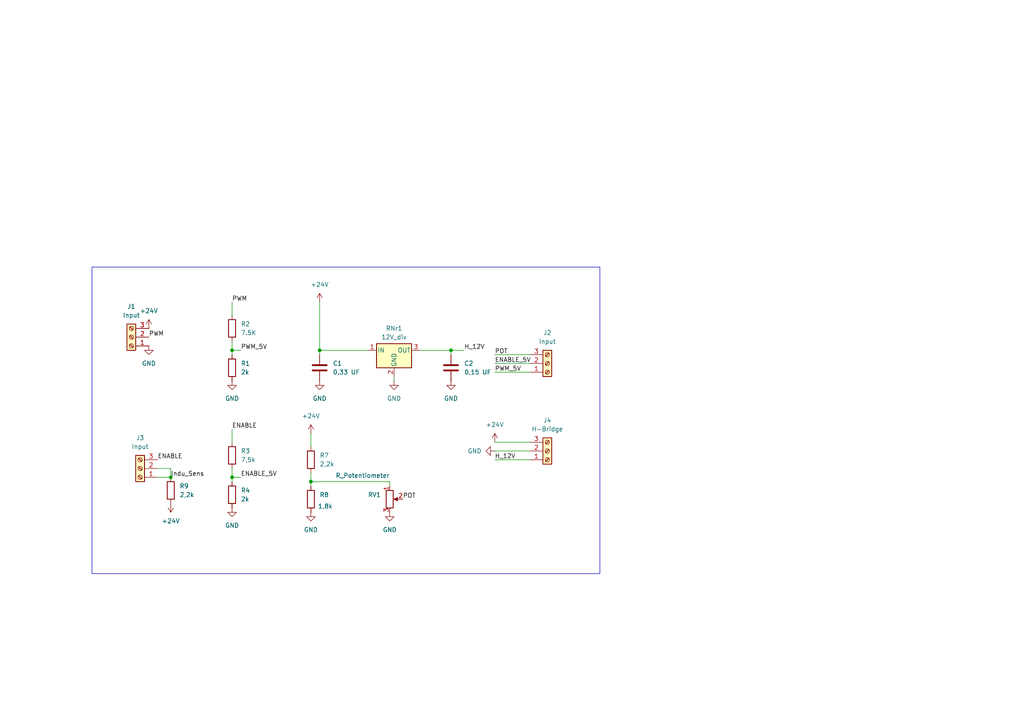
<source format=kicad_sch>
(kicad_sch
	(version 20250114)
	(generator "eeschema")
	(generator_version "9.0")
	(uuid "fa4303b8-c8e6-43c3-b1ad-2008e9c4562e")
	(paper "A4")
	(lib_symbols
		(symbol "Connector:Screw_Terminal_01x03"
			(pin_names
				(offset 1.016)
				(hide yes)
			)
			(exclude_from_sim no)
			(in_bom yes)
			(on_board yes)
			(property "Reference" "J"
				(at 0 5.08 0)
				(effects
					(font
						(size 1.27 1.27)
					)
				)
			)
			(property "Value" "Screw_Terminal_01x03"
				(at 0 -5.08 0)
				(effects
					(font
						(size 1.27 1.27)
					)
				)
			)
			(property "Footprint" ""
				(at 0 0 0)
				(effects
					(font
						(size 1.27 1.27)
					)
					(hide yes)
				)
			)
			(property "Datasheet" "~"
				(at 0 0 0)
				(effects
					(font
						(size 1.27 1.27)
					)
					(hide yes)
				)
			)
			(property "Description" "Generic screw terminal, single row, 01x03, script generated (kicad-library-utils/schlib/autogen/connector/)"
				(at 0 0 0)
				(effects
					(font
						(size 1.27 1.27)
					)
					(hide yes)
				)
			)
			(property "ki_keywords" "screw terminal"
				(at 0 0 0)
				(effects
					(font
						(size 1.27 1.27)
					)
					(hide yes)
				)
			)
			(property "ki_fp_filters" "TerminalBlock*:*"
				(at 0 0 0)
				(effects
					(font
						(size 1.27 1.27)
					)
					(hide yes)
				)
			)
			(symbol "Screw_Terminal_01x03_1_1"
				(rectangle
					(start -1.27 3.81)
					(end 1.27 -3.81)
					(stroke
						(width 0.254)
						(type default)
					)
					(fill
						(type background)
					)
				)
				(polyline
					(pts
						(xy -0.5334 2.8702) (xy 0.3302 2.032)
					)
					(stroke
						(width 0.1524)
						(type default)
					)
					(fill
						(type none)
					)
				)
				(polyline
					(pts
						(xy -0.5334 0.3302) (xy 0.3302 -0.508)
					)
					(stroke
						(width 0.1524)
						(type default)
					)
					(fill
						(type none)
					)
				)
				(polyline
					(pts
						(xy -0.5334 -2.2098) (xy 0.3302 -3.048)
					)
					(stroke
						(width 0.1524)
						(type default)
					)
					(fill
						(type none)
					)
				)
				(polyline
					(pts
						(xy -0.3556 3.048) (xy 0.508 2.2098)
					)
					(stroke
						(width 0.1524)
						(type default)
					)
					(fill
						(type none)
					)
				)
				(polyline
					(pts
						(xy -0.3556 0.508) (xy 0.508 -0.3302)
					)
					(stroke
						(width 0.1524)
						(type default)
					)
					(fill
						(type none)
					)
				)
				(polyline
					(pts
						(xy -0.3556 -2.032) (xy 0.508 -2.8702)
					)
					(stroke
						(width 0.1524)
						(type default)
					)
					(fill
						(type none)
					)
				)
				(circle
					(center 0 2.54)
					(radius 0.635)
					(stroke
						(width 0.1524)
						(type default)
					)
					(fill
						(type none)
					)
				)
				(circle
					(center 0 0)
					(radius 0.635)
					(stroke
						(width 0.1524)
						(type default)
					)
					(fill
						(type none)
					)
				)
				(circle
					(center 0 -2.54)
					(radius 0.635)
					(stroke
						(width 0.1524)
						(type default)
					)
					(fill
						(type none)
					)
				)
				(pin passive line
					(at -5.08 2.54 0)
					(length 3.81)
					(name "Pin_1"
						(effects
							(font
								(size 1.27 1.27)
							)
						)
					)
					(number "1"
						(effects
							(font
								(size 1.27 1.27)
							)
						)
					)
				)
				(pin passive line
					(at -5.08 0 0)
					(length 3.81)
					(name "Pin_2"
						(effects
							(font
								(size 1.27 1.27)
							)
						)
					)
					(number "2"
						(effects
							(font
								(size 1.27 1.27)
							)
						)
					)
				)
				(pin passive line
					(at -5.08 -2.54 0)
					(length 3.81)
					(name "Pin_3"
						(effects
							(font
								(size 1.27 1.27)
							)
						)
					)
					(number "3"
						(effects
							(font
								(size 1.27 1.27)
							)
						)
					)
				)
			)
			(embedded_fonts no)
		)
		(symbol "Device:C"
			(pin_numbers
				(hide yes)
			)
			(pin_names
				(offset 0.254)
			)
			(exclude_from_sim no)
			(in_bom yes)
			(on_board yes)
			(property "Reference" "C"
				(at 0.635 2.54 0)
				(effects
					(font
						(size 1.27 1.27)
					)
					(justify left)
				)
			)
			(property "Value" "C"
				(at 0.635 -2.54 0)
				(effects
					(font
						(size 1.27 1.27)
					)
					(justify left)
				)
			)
			(property "Footprint" ""
				(at 0.9652 -3.81 0)
				(effects
					(font
						(size 1.27 1.27)
					)
					(hide yes)
				)
			)
			(property "Datasheet" "~"
				(at 0 0 0)
				(effects
					(font
						(size 1.27 1.27)
					)
					(hide yes)
				)
			)
			(property "Description" "Unpolarized capacitor"
				(at 0 0 0)
				(effects
					(font
						(size 1.27 1.27)
					)
					(hide yes)
				)
			)
			(property "ki_keywords" "cap capacitor"
				(at 0 0 0)
				(effects
					(font
						(size 1.27 1.27)
					)
					(hide yes)
				)
			)
			(property "ki_fp_filters" "C_*"
				(at 0 0 0)
				(effects
					(font
						(size 1.27 1.27)
					)
					(hide yes)
				)
			)
			(symbol "C_0_1"
				(polyline
					(pts
						(xy -2.032 0.762) (xy 2.032 0.762)
					)
					(stroke
						(width 0.508)
						(type default)
					)
					(fill
						(type none)
					)
				)
				(polyline
					(pts
						(xy -2.032 -0.762) (xy 2.032 -0.762)
					)
					(stroke
						(width 0.508)
						(type default)
					)
					(fill
						(type none)
					)
				)
			)
			(symbol "C_1_1"
				(pin passive line
					(at 0 3.81 270)
					(length 2.794)
					(name "~"
						(effects
							(font
								(size 1.27 1.27)
							)
						)
					)
					(number "1"
						(effects
							(font
								(size 1.27 1.27)
							)
						)
					)
				)
				(pin passive line
					(at 0 -3.81 90)
					(length 2.794)
					(name "~"
						(effects
							(font
								(size 1.27 1.27)
							)
						)
					)
					(number "2"
						(effects
							(font
								(size 1.27 1.27)
							)
						)
					)
				)
			)
			(embedded_fonts no)
		)
		(symbol "Device:R"
			(pin_numbers
				(hide yes)
			)
			(pin_names
				(offset 0)
			)
			(exclude_from_sim no)
			(in_bom yes)
			(on_board yes)
			(property "Reference" "R"
				(at 2.032 0 90)
				(effects
					(font
						(size 1.27 1.27)
					)
				)
			)
			(property "Value" "R"
				(at 0 0 90)
				(effects
					(font
						(size 1.27 1.27)
					)
				)
			)
			(property "Footprint" ""
				(at -1.778 0 90)
				(effects
					(font
						(size 1.27 1.27)
					)
					(hide yes)
				)
			)
			(property "Datasheet" "~"
				(at 0 0 0)
				(effects
					(font
						(size 1.27 1.27)
					)
					(hide yes)
				)
			)
			(property "Description" "Resistor"
				(at 0 0 0)
				(effects
					(font
						(size 1.27 1.27)
					)
					(hide yes)
				)
			)
			(property "ki_keywords" "R res resistor"
				(at 0 0 0)
				(effects
					(font
						(size 1.27 1.27)
					)
					(hide yes)
				)
			)
			(property "ki_fp_filters" "R_*"
				(at 0 0 0)
				(effects
					(font
						(size 1.27 1.27)
					)
					(hide yes)
				)
			)
			(symbol "R_0_1"
				(rectangle
					(start -1.016 -2.54)
					(end 1.016 2.54)
					(stroke
						(width 0.254)
						(type default)
					)
					(fill
						(type none)
					)
				)
			)
			(symbol "R_1_1"
				(pin passive line
					(at 0 3.81 270)
					(length 1.27)
					(name "~"
						(effects
							(font
								(size 1.27 1.27)
							)
						)
					)
					(number "1"
						(effects
							(font
								(size 1.27 1.27)
							)
						)
					)
				)
				(pin passive line
					(at 0 -3.81 90)
					(length 1.27)
					(name "~"
						(effects
							(font
								(size 1.27 1.27)
							)
						)
					)
					(number "2"
						(effects
							(font
								(size 1.27 1.27)
							)
						)
					)
				)
			)
			(embedded_fonts no)
		)
		(symbol "Device:R_Potentiometer"
			(pin_names
				(offset 1.016)
				(hide yes)
			)
			(exclude_from_sim no)
			(in_bom yes)
			(on_board yes)
			(property "Reference" "RV"
				(at -4.445 0 90)
				(effects
					(font
						(size 1.27 1.27)
					)
				)
			)
			(property "Value" "R_Potentiometer"
				(at -2.54 0 90)
				(effects
					(font
						(size 1.27 1.27)
					)
				)
			)
			(property "Footprint" ""
				(at 0 0 0)
				(effects
					(font
						(size 1.27 1.27)
					)
					(hide yes)
				)
			)
			(property "Datasheet" "~"
				(at 0 0 0)
				(effects
					(font
						(size 1.27 1.27)
					)
					(hide yes)
				)
			)
			(property "Description" "Potentiometer"
				(at 0 0 0)
				(effects
					(font
						(size 1.27 1.27)
					)
					(hide yes)
				)
			)
			(property "ki_keywords" "resistor variable"
				(at 0 0 0)
				(effects
					(font
						(size 1.27 1.27)
					)
					(hide yes)
				)
			)
			(property "ki_fp_filters" "Potentiometer*"
				(at 0 0 0)
				(effects
					(font
						(size 1.27 1.27)
					)
					(hide yes)
				)
			)
			(symbol "R_Potentiometer_0_1"
				(rectangle
					(start 1.016 2.54)
					(end -1.016 -2.54)
					(stroke
						(width 0.254)
						(type default)
					)
					(fill
						(type none)
					)
				)
				(polyline
					(pts
						(xy 1.143 0) (xy 2.286 0.508) (xy 2.286 -0.508) (xy 1.143 0)
					)
					(stroke
						(width 0)
						(type default)
					)
					(fill
						(type outline)
					)
				)
				(polyline
					(pts
						(xy 2.54 0) (xy 1.524 0)
					)
					(stroke
						(width 0)
						(type default)
					)
					(fill
						(type none)
					)
				)
			)
			(symbol "R_Potentiometer_1_1"
				(pin passive line
					(at 0 3.81 270)
					(length 1.27)
					(name "1"
						(effects
							(font
								(size 1.27 1.27)
							)
						)
					)
					(number "1"
						(effects
							(font
								(size 1.27 1.27)
							)
						)
					)
				)
				(pin passive line
					(at 0 -3.81 90)
					(length 1.27)
					(name "3"
						(effects
							(font
								(size 1.27 1.27)
							)
						)
					)
					(number "3"
						(effects
							(font
								(size 1.27 1.27)
							)
						)
					)
				)
				(pin passive line
					(at 3.81 0 180)
					(length 1.27)
					(name "2"
						(effects
							(font
								(size 1.27 1.27)
							)
						)
					)
					(number "2"
						(effects
							(font
								(size 1.27 1.27)
							)
						)
					)
				)
			)
			(embedded_fonts no)
		)
		(symbol "Regulator_Linear:L7805"
			(pin_names
				(offset 0.254)
			)
			(exclude_from_sim no)
			(in_bom yes)
			(on_board yes)
			(property "Reference" "U"
				(at -3.81 3.175 0)
				(effects
					(font
						(size 1.27 1.27)
					)
				)
			)
			(property "Value" "L7805"
				(at 0 3.175 0)
				(effects
					(font
						(size 1.27 1.27)
					)
					(justify left)
				)
			)
			(property "Footprint" ""
				(at 0.635 -3.81 0)
				(effects
					(font
						(size 1.27 1.27)
						(italic yes)
					)
					(justify left)
					(hide yes)
				)
			)
			(property "Datasheet" "http://www.st.com/content/ccc/resource/technical/document/datasheet/41/4f/b3/b0/12/d4/47/88/CD00000444.pdf/files/CD00000444.pdf/jcr:content/translations/en.CD00000444.pdf"
				(at 0 -1.27 0)
				(effects
					(font
						(size 1.27 1.27)
					)
					(hide yes)
				)
			)
			(property "Description" "Positive 1.5A 35V Linear Regulator, Fixed Output 5V, TO-220/TO-263/TO-252"
				(at 0 0 0)
				(effects
					(font
						(size 1.27 1.27)
					)
					(hide yes)
				)
			)
			(property "ki_keywords" "Voltage Regulator 1.5A Positive"
				(at 0 0 0)
				(effects
					(font
						(size 1.27 1.27)
					)
					(hide yes)
				)
			)
			(property "ki_fp_filters" "TO?252* TO?263* TO?220*"
				(at 0 0 0)
				(effects
					(font
						(size 1.27 1.27)
					)
					(hide yes)
				)
			)
			(symbol "L7805_0_1"
				(rectangle
					(start -5.08 1.905)
					(end 5.08 -5.08)
					(stroke
						(width 0.254)
						(type default)
					)
					(fill
						(type background)
					)
				)
			)
			(symbol "L7805_1_1"
				(pin power_in line
					(at -7.62 0 0)
					(length 2.54)
					(name "IN"
						(effects
							(font
								(size 1.27 1.27)
							)
						)
					)
					(number "1"
						(effects
							(font
								(size 1.27 1.27)
							)
						)
					)
				)
				(pin power_in line
					(at 0 -7.62 90)
					(length 2.54)
					(name "GND"
						(effects
							(font
								(size 1.27 1.27)
							)
						)
					)
					(number "2"
						(effects
							(font
								(size 1.27 1.27)
							)
						)
					)
				)
				(pin power_out line
					(at 7.62 0 180)
					(length 2.54)
					(name "OUT"
						(effects
							(font
								(size 1.27 1.27)
							)
						)
					)
					(number "3"
						(effects
							(font
								(size 1.27 1.27)
							)
						)
					)
				)
			)
			(embedded_fonts no)
		)
		(symbol "power:+24V"
			(power)
			(pin_numbers
				(hide yes)
			)
			(pin_names
				(offset 0)
				(hide yes)
			)
			(exclude_from_sim no)
			(in_bom yes)
			(on_board yes)
			(property "Reference" "#PWR"
				(at 0 -3.81 0)
				(effects
					(font
						(size 1.27 1.27)
					)
					(hide yes)
				)
			)
			(property "Value" "+24V"
				(at 0 3.556 0)
				(effects
					(font
						(size 1.27 1.27)
					)
				)
			)
			(property "Footprint" ""
				(at 0 0 0)
				(effects
					(font
						(size 1.27 1.27)
					)
					(hide yes)
				)
			)
			(property "Datasheet" ""
				(at 0 0 0)
				(effects
					(font
						(size 1.27 1.27)
					)
					(hide yes)
				)
			)
			(property "Description" "Power symbol creates a global label with name \"+24V\""
				(at 0 0 0)
				(effects
					(font
						(size 1.27 1.27)
					)
					(hide yes)
				)
			)
			(property "ki_keywords" "global power"
				(at 0 0 0)
				(effects
					(font
						(size 1.27 1.27)
					)
					(hide yes)
				)
			)
			(symbol "+24V_0_1"
				(polyline
					(pts
						(xy -0.762 1.27) (xy 0 2.54)
					)
					(stroke
						(width 0)
						(type default)
					)
					(fill
						(type none)
					)
				)
				(polyline
					(pts
						(xy 0 2.54) (xy 0.762 1.27)
					)
					(stroke
						(width 0)
						(type default)
					)
					(fill
						(type none)
					)
				)
				(polyline
					(pts
						(xy 0 0) (xy 0 2.54)
					)
					(stroke
						(width 0)
						(type default)
					)
					(fill
						(type none)
					)
				)
			)
			(symbol "+24V_1_1"
				(pin power_in line
					(at 0 0 90)
					(length 0)
					(name "~"
						(effects
							(font
								(size 1.27 1.27)
							)
						)
					)
					(number "1"
						(effects
							(font
								(size 1.27 1.27)
							)
						)
					)
				)
			)
			(embedded_fonts no)
		)
		(symbol "power:GND"
			(power)
			(pin_numbers
				(hide yes)
			)
			(pin_names
				(offset 0)
				(hide yes)
			)
			(exclude_from_sim no)
			(in_bom yes)
			(on_board yes)
			(property "Reference" "#PWR"
				(at 0 -6.35 0)
				(effects
					(font
						(size 1.27 1.27)
					)
					(hide yes)
				)
			)
			(property "Value" "GND"
				(at 0 -3.81 0)
				(effects
					(font
						(size 1.27 1.27)
					)
				)
			)
			(property "Footprint" ""
				(at 0 0 0)
				(effects
					(font
						(size 1.27 1.27)
					)
					(hide yes)
				)
			)
			(property "Datasheet" ""
				(at 0 0 0)
				(effects
					(font
						(size 1.27 1.27)
					)
					(hide yes)
				)
			)
			(property "Description" "Power symbol creates a global label with name \"GND\" , ground"
				(at 0 0 0)
				(effects
					(font
						(size 1.27 1.27)
					)
					(hide yes)
				)
			)
			(property "ki_keywords" "global power"
				(at 0 0 0)
				(effects
					(font
						(size 1.27 1.27)
					)
					(hide yes)
				)
			)
			(symbol "GND_0_1"
				(polyline
					(pts
						(xy 0 0) (xy 0 -1.27) (xy 1.27 -1.27) (xy 0 -2.54) (xy -1.27 -1.27) (xy 0 -1.27)
					)
					(stroke
						(width 0)
						(type default)
					)
					(fill
						(type none)
					)
				)
			)
			(symbol "GND_1_1"
				(pin power_in line
					(at 0 0 270)
					(length 0)
					(name "~"
						(effects
							(font
								(size 1.27 1.27)
							)
						)
					)
					(number "1"
						(effects
							(font
								(size 1.27 1.27)
							)
						)
					)
				)
			)
			(embedded_fonts no)
		)
	)
	(rectangle
		(start 26.67 77.47)
		(end 173.99 166.37)
		(stroke
			(width 0)
			(type default)
		)
		(fill
			(type none)
		)
		(uuid 1b202ef4-986b-4605-8cf2-3e73ff5ab7fc)
	)
	(junction
		(at 67.31 101.6)
		(diameter 0)
		(color 0 0 0 0)
		(uuid "340e2c97-ad3f-4a92-924a-e41bea5a083e")
	)
	(junction
		(at 92.71 101.6)
		(diameter 0)
		(color 0 0 0 0)
		(uuid "52d09320-0560-460c-a80c-7ec018bb61b8")
	)
	(junction
		(at 130.81 101.6)
		(diameter 0)
		(color 0 0 0 0)
		(uuid "a30fb566-e540-4799-91b3-ee51a22bc271")
	)
	(junction
		(at 67.31 138.43)
		(diameter 0)
		(color 0 0 0 0)
		(uuid "ca9ba3a8-1d68-43b9-83e9-0cd495798c48")
	)
	(junction
		(at 49.53 138.43)
		(diameter 0)
		(color 0 0 0 0)
		(uuid "d4271578-a057-41c9-877a-eee94f324a99")
	)
	(junction
		(at 90.17 139.7)
		(diameter 0)
		(color 0 0 0 0)
		(uuid "df4cd944-80e2-4c38-b0f4-85e3b65caa93")
	)
	(wire
		(pts
			(xy 67.31 101.6) (xy 67.31 102.87)
		)
		(stroke
			(width 0)
			(type default)
		)
		(uuid "0164edd7-4076-4b68-97c6-2a12f2cc88ff")
	)
	(wire
		(pts
			(xy 90.17 139.7) (xy 113.03 139.7)
		)
		(stroke
			(width 0)
			(type default)
		)
		(uuid "0c5a8d23-6027-4a8d-8552-6e6ffe13a5e7")
	)
	(wire
		(pts
			(xy 67.31 138.43) (xy 67.31 139.7)
		)
		(stroke
			(width 0)
			(type default)
		)
		(uuid "1269245e-e79d-473c-bcff-2113080ba43b")
	)
	(wire
		(pts
			(xy 130.81 101.6) (xy 134.62 101.6)
		)
		(stroke
			(width 0)
			(type default)
		)
		(uuid "12aa02ab-a701-40fd-98a1-64c0d4fe7c39")
	)
	(wire
		(pts
			(xy 121.92 101.6) (xy 130.81 101.6)
		)
		(stroke
			(width 0)
			(type default)
		)
		(uuid "3412eea3-9ce3-491d-a0bf-2d2158c015d9")
	)
	(wire
		(pts
			(xy 114.3 109.22) (xy 114.3 110.49)
		)
		(stroke
			(width 0)
			(type default)
		)
		(uuid "3b9763d0-ee65-4ef4-89ee-4b85e9253dfe")
	)
	(wire
		(pts
			(xy 92.71 87.63) (xy 92.71 101.6)
		)
		(stroke
			(width 0)
			(type default)
		)
		(uuid "3be0ad8a-2f30-4dda-b151-5cb5ed17e885")
	)
	(wire
		(pts
			(xy 49.53 135.89) (xy 45.72 135.89)
		)
		(stroke
			(width 0)
			(type default)
		)
		(uuid "4b6ce413-d802-4af2-b370-8a7de32bb5c9")
	)
	(wire
		(pts
			(xy 143.51 102.87) (xy 153.67 102.87)
		)
		(stroke
			(width 0)
			(type default)
		)
		(uuid "66f0fd42-e37b-401e-8ab1-6bde139fa604")
	)
	(wire
		(pts
			(xy 67.31 124.46) (xy 67.31 128.27)
		)
		(stroke
			(width 0)
			(type default)
		)
		(uuid "722fcd3c-5e45-4725-8b06-06b03298fca6")
	)
	(wire
		(pts
			(xy 67.31 101.6) (xy 69.85 101.6)
		)
		(stroke
			(width 0)
			(type default)
		)
		(uuid "79c01fd6-4f86-4ad3-9c01-f1343e8a6db6")
	)
	(wire
		(pts
			(xy 67.31 138.43) (xy 69.85 138.43)
		)
		(stroke
			(width 0)
			(type default)
		)
		(uuid "888fccab-03f6-481f-95e2-a651f88048b1")
	)
	(wire
		(pts
			(xy 143.51 130.81) (xy 153.67 130.81)
		)
		(stroke
			(width 0)
			(type default)
		)
		(uuid "8bc88913-3cb2-4a23-93ca-54db3a0522ca")
	)
	(wire
		(pts
			(xy 92.71 101.6) (xy 92.71 102.87)
		)
		(stroke
			(width 0)
			(type default)
		)
		(uuid "97559d53-7c69-4ec4-a07a-cfdffb64c997")
	)
	(wire
		(pts
			(xy 67.31 135.89) (xy 67.31 138.43)
		)
		(stroke
			(width 0)
			(type default)
		)
		(uuid "9b821280-ead8-4e9d-b6f7-2e2e659ea0c6")
	)
	(wire
		(pts
			(xy 130.81 101.6) (xy 130.81 102.87)
		)
		(stroke
			(width 0)
			(type default)
		)
		(uuid "9eecab9e-d9a9-42db-a63f-169dcfc397ab")
	)
	(wire
		(pts
			(xy 113.03 139.7) (xy 113.03 140.97)
		)
		(stroke
			(width 0)
			(type default)
		)
		(uuid "a49b1614-4fbf-4c21-8e21-261551dbb07b")
	)
	(wire
		(pts
			(xy 92.71 101.6) (xy 106.68 101.6)
		)
		(stroke
			(width 0)
			(type default)
		)
		(uuid "b7988d6a-7ca8-46e6-b322-e89790445888")
	)
	(wire
		(pts
			(xy 90.17 125.73) (xy 90.17 129.54)
		)
		(stroke
			(width 0)
			(type default)
		)
		(uuid "bc250ebb-de41-4ea9-a4d4-5375a1e9fb3c")
	)
	(wire
		(pts
			(xy 90.17 139.7) (xy 90.17 140.97)
		)
		(stroke
			(width 0)
			(type default)
		)
		(uuid "c0b86301-4d8e-4e64-a019-32f348e299bf")
	)
	(wire
		(pts
			(xy 143.51 105.41) (xy 153.67 105.41)
		)
		(stroke
			(width 0)
			(type default)
		)
		(uuid "c86e455a-334e-42e6-8bf3-b816ec261c7d")
	)
	(wire
		(pts
			(xy 67.31 99.06) (xy 67.31 101.6)
		)
		(stroke
			(width 0)
			(type default)
		)
		(uuid "cd39be3a-a2d6-44eb-9620-91524f6b3add")
	)
	(wire
		(pts
			(xy 49.53 138.43) (xy 49.53 135.89)
		)
		(stroke
			(width 0)
			(type default)
		)
		(uuid "df71afb7-dc5c-42f3-9ef3-465bc931983b")
	)
	(wire
		(pts
			(xy 67.31 87.63) (xy 67.31 91.44)
		)
		(stroke
			(width 0)
			(type default)
		)
		(uuid "e25a7c1f-32d2-4fc6-aeaf-b80bb6780427")
	)
	(wire
		(pts
			(xy 45.72 138.43) (xy 49.53 138.43)
		)
		(stroke
			(width 0)
			(type default)
		)
		(uuid "ec1b5b2c-c19c-4a40-a392-8bea2e7c60d2")
	)
	(wire
		(pts
			(xy 143.51 133.35) (xy 153.67 133.35)
		)
		(stroke
			(width 0)
			(type default)
		)
		(uuid "f3a9a485-05fb-487e-b0f4-38fbc1f79173")
	)
	(wire
		(pts
			(xy 143.51 107.95) (xy 153.67 107.95)
		)
		(stroke
			(width 0)
			(type default)
		)
		(uuid "f4a7db58-830d-4959-8f7a-c406a658e377")
	)
	(wire
		(pts
			(xy 143.51 128.27) (xy 153.67 128.27)
		)
		(stroke
			(width 0)
			(type default)
		)
		(uuid "f5b59cd6-57d0-41e1-b6a9-807291bb5afe")
	)
	(wire
		(pts
			(xy 90.17 137.16) (xy 90.17 139.7)
		)
		(stroke
			(width 0)
			(type default)
		)
		(uuid "f7e7379f-d74d-4a53-ad11-eb90f3cbce26")
	)
	(label "H_12V"
		(at 134.62 101.6 0)
		(effects
			(font
				(size 1.27 1.27)
			)
			(justify left bottom)
		)
		(uuid "019ed940-d0d9-44c3-9f8f-de21ea64e60e")
	)
	(label "Indu_Sens"
		(at 49.53 138.43 0)
		(effects
			(font
				(size 1.27 1.27)
			)
			(justify left bottom)
		)
		(uuid "1723c421-bd65-4239-8fa2-76388bde49ba")
	)
	(label "PWM_5V"
		(at 143.51 107.95 0)
		(effects
			(font
				(size 1.27 1.27)
			)
			(justify left bottom)
		)
		(uuid "20c86c2f-4795-48a1-8023-324253e41668")
	)
	(label "POT"
		(at 116.84 144.78 0)
		(effects
			(font
				(size 1.27 1.27)
			)
			(justify left bottom)
		)
		(uuid "2949f4d8-c290-4066-ac2d-b1fdffe281a6")
	)
	(label "PWM"
		(at 67.31 87.63 0)
		(effects
			(font
				(size 1.27 1.27)
			)
			(justify left bottom)
		)
		(uuid "65ad68d9-f045-4b26-b4ec-b8c8f00a57c0")
	)
	(label "ENABLE_5V"
		(at 143.51 105.41 0)
		(effects
			(font
				(size 1.27 1.27)
			)
			(justify left bottom)
		)
		(uuid "6fc12aa0-b39c-4c16-809b-415ea6309cfd")
	)
	(label "PWM_5V"
		(at 69.85 101.6 0)
		(effects
			(font
				(size 1.27 1.27)
			)
			(justify left bottom)
		)
		(uuid "75d668b4-2b4e-4fb2-aa73-981bc9fcb8c2")
	)
	(label "ENABLE"
		(at 67.31 124.46 0)
		(effects
			(font
				(size 1.27 1.27)
			)
			(justify left bottom)
		)
		(uuid "a2fd60d9-a5ca-4370-8fd9-91d20ca46171")
	)
	(label "PWM"
		(at 43.18 97.79 0)
		(effects
			(font
				(size 1.27 1.27)
			)
			(justify left bottom)
		)
		(uuid "c64c960e-30ff-4790-afda-bfeebf194b0c")
	)
	(label "ENABLE_5V"
		(at 69.85 138.43 0)
		(effects
			(font
				(size 1.27 1.27)
			)
			(justify left bottom)
		)
		(uuid "d0908939-1475-45fc-9094-53b2c9d26934")
	)
	(label "POT"
		(at 143.51 102.87 0)
		(effects
			(font
				(size 1.27 1.27)
			)
			(justify left bottom)
		)
		(uuid "d470da6d-780d-4f34-aedf-b3d6c759aa72")
	)
	(label "H_12V"
		(at 143.51 133.35 0)
		(effects
			(font
				(size 1.27 1.27)
			)
			(justify left bottom)
		)
		(uuid "d827ae19-7f04-4095-9b3e-4909b0319f00")
	)
	(label "ENABLE"
		(at 45.72 133.35 0)
		(effects
			(font
				(size 1.27 1.27)
			)
			(justify left bottom)
		)
		(uuid "f35de73f-e7d3-4c9f-b417-9a9494d77658")
	)
	(symbol
		(lib_id "Device:R")
		(at 67.31 106.68 0)
		(unit 1)
		(exclude_from_sim no)
		(in_bom yes)
		(on_board yes)
		(dnp no)
		(fields_autoplaced yes)
		(uuid "0ac63cd2-86ea-4fc3-b399-80634dffb6b9")
		(property "Reference" "R1"
			(at 69.85 105.4099 0)
			(effects
				(font
					(size 1.27 1.27)
				)
				(justify left)
			)
		)
		(property "Value" "2k"
			(at 69.85 107.9499 0)
			(effects
				(font
					(size 1.27 1.27)
				)
				(justify left)
			)
		)
		(property "Footprint" "Resistor_THT:R_Axial_DIN0516_L15.5mm_D5.0mm_P7.62mm_Vertical"
			(at 65.532 106.68 90)
			(effects
				(font
					(size 1.27 1.27)
				)
				(hide yes)
			)
		)
		(property "Datasheet" "~"
			(at 67.31 106.68 0)
			(effects
				(font
					(size 1.27 1.27)
				)
				(hide yes)
			)
		)
		(property "Description" "Resistor"
			(at 67.31 106.68 0)
			(effects
				(font
					(size 1.27 1.27)
				)
				(hide yes)
			)
		)
		(pin "1"
			(uuid "e4256fd0-2b91-4685-ade0-97ececbd8429")
		)
		(pin "2"
			(uuid "a4f2c413-e64e-4548-83fb-f157085e6c9c")
		)
		(instances
			(project ""
				(path "/fa4303b8-c8e6-43c3-b1ad-2008e9c4562e"
					(reference "R1")
					(unit 1)
				)
			)
		)
	)
	(symbol
		(lib_id "Connector:Screw_Terminal_01x03")
		(at 158.75 105.41 0)
		(mirror x)
		(unit 1)
		(exclude_from_sim no)
		(in_bom yes)
		(on_board yes)
		(dnp no)
		(uuid "0bf9e3a7-ae89-4483-99e7-7d8b54e02b7f")
		(property "Reference" "J2"
			(at 158.75 96.52 0)
			(effects
				(font
					(size 1.27 1.27)
				)
			)
		)
		(property "Value" "Input"
			(at 158.75 99.06 0)
			(effects
				(font
					(size 1.27 1.27)
				)
			)
		)
		(property "Footprint" "TerminalBlock_Phoenix:TerminalBlock_Phoenix_MKDS-1,5-3-5.08_1x03_P5.08mm_Horizontal"
			(at 158.75 105.41 0)
			(effects
				(font
					(size 1.27 1.27)
				)
				(hide yes)
			)
		)
		(property "Datasheet" "~"
			(at 158.75 105.41 0)
			(effects
				(font
					(size 1.27 1.27)
				)
				(hide yes)
			)
		)
		(property "Description" "Generic screw terminal, single row, 01x03, script generated (kicad-library-utils/schlib/autogen/connector/)"
			(at 158.75 105.41 0)
			(effects
				(font
					(size 1.27 1.27)
				)
				(hide yes)
			)
		)
		(pin "1"
			(uuid "86366611-6b0d-49f5-9801-300c519e015a")
		)
		(pin "3"
			(uuid "a941f5a1-1000-4462-ab3b-9be5a2bb3523")
		)
		(pin "2"
			(uuid "fab611fd-c47d-4e5d-a254-44a2eaeb48dd")
		)
		(instances
			(project "Laus_lort"
				(path "/fa4303b8-c8e6-43c3-b1ad-2008e9c4562e"
					(reference "J2")
					(unit 1)
				)
			)
		)
	)
	(symbol
		(lib_id "Device:R")
		(at 49.53 142.24 0)
		(unit 1)
		(exclude_from_sim no)
		(in_bom yes)
		(on_board yes)
		(dnp no)
		(fields_autoplaced yes)
		(uuid "0c215f51-b151-4e56-9818-fa144c8cc880")
		(property "Reference" "R9"
			(at 52.07 140.9699 0)
			(effects
				(font
					(size 1.27 1.27)
				)
				(justify left)
			)
		)
		(property "Value" "2,2k"
			(at 52.07 143.5099 0)
			(effects
				(font
					(size 1.27 1.27)
				)
				(justify left)
			)
		)
		(property "Footprint" "Resistor_THT:R_Axial_DIN0516_L15.5mm_D5.0mm_P7.62mm_Vertical"
			(at 47.752 142.24 90)
			(effects
				(font
					(size 1.27 1.27)
				)
				(hide yes)
			)
		)
		(property "Datasheet" "~"
			(at 49.53 142.24 0)
			(effects
				(font
					(size 1.27 1.27)
				)
				(hide yes)
			)
		)
		(property "Description" "Resistor"
			(at 49.53 142.24 0)
			(effects
				(font
					(size 1.27 1.27)
				)
				(hide yes)
			)
		)
		(pin "1"
			(uuid "cb778987-7cd1-42bc-989b-5122c7ae962f")
		)
		(pin "2"
			(uuid "86639161-43cc-4e27-935f-864450c7b744")
		)
		(instances
			(project "Laus_lort"
				(path "/fa4303b8-c8e6-43c3-b1ad-2008e9c4562e"
					(reference "R9")
					(unit 1)
				)
			)
		)
	)
	(symbol
		(lib_id "Connector:Screw_Terminal_01x03")
		(at 40.64 135.89 180)
		(unit 1)
		(exclude_from_sim no)
		(in_bom yes)
		(on_board yes)
		(dnp no)
		(fields_autoplaced yes)
		(uuid "18bccc28-80f5-4279-b8c2-b9615d59bbd3")
		(property "Reference" "J3"
			(at 40.64 127 0)
			(effects
				(font
					(size 1.27 1.27)
				)
			)
		)
		(property "Value" "Input"
			(at 40.64 129.54 0)
			(effects
				(font
					(size 1.27 1.27)
				)
			)
		)
		(property "Footprint" "TerminalBlock_Phoenix:TerminalBlock_Phoenix_MKDS-1,5-3-5.08_1x03_P5.08mm_Horizontal"
			(at 40.64 135.89 0)
			(effects
				(font
					(size 1.27 1.27)
				)
				(hide yes)
			)
		)
		(property "Datasheet" "~"
			(at 40.64 135.89 0)
			(effects
				(font
					(size 1.27 1.27)
				)
				(hide yes)
			)
		)
		(property "Description" "Generic screw terminal, single row, 01x03, script generated (kicad-library-utils/schlib/autogen/connector/)"
			(at 40.64 135.89 0)
			(effects
				(font
					(size 1.27 1.27)
				)
				(hide yes)
			)
		)
		(pin "1"
			(uuid "4e605e6a-6aa9-4c0e-bac2-9cbf2b1511e2")
		)
		(pin "3"
			(uuid "692ac8c1-9598-4ceb-bde8-2396719c21be")
		)
		(pin "2"
			(uuid "e1a8735f-e2a2-4ba2-842d-32cdb039e216")
		)
		(instances
			(project "Laus_lort"
				(path "/fa4303b8-c8e6-43c3-b1ad-2008e9c4562e"
					(reference "J3")
					(unit 1)
				)
			)
		)
	)
	(symbol
		(lib_id "power:GND")
		(at 90.17 148.59 0)
		(unit 1)
		(exclude_from_sim no)
		(in_bom yes)
		(on_board yes)
		(dnp no)
		(fields_autoplaced yes)
		(uuid "1c878f30-d19f-4bf1-937a-43bda54eb687")
		(property "Reference" "#PWR09"
			(at 90.17 154.94 0)
			(effects
				(font
					(size 1.27 1.27)
				)
				(hide yes)
			)
		)
		(property "Value" "GND"
			(at 90.17 153.67 0)
			(effects
				(font
					(size 1.27 1.27)
				)
			)
		)
		(property "Footprint" ""
			(at 90.17 148.59 0)
			(effects
				(font
					(size 1.27 1.27)
				)
				(hide yes)
			)
		)
		(property "Datasheet" ""
			(at 90.17 148.59 0)
			(effects
				(font
					(size 1.27 1.27)
				)
				(hide yes)
			)
		)
		(property "Description" "Power symbol creates a global label with name \"GND\" , ground"
			(at 90.17 148.59 0)
			(effects
				(font
					(size 1.27 1.27)
				)
				(hide yes)
			)
		)
		(pin "1"
			(uuid "98d03445-6894-4daf-9bdc-7f30a17845dd")
		)
		(instances
			(project "Laus_lort"
				(path "/fa4303b8-c8e6-43c3-b1ad-2008e9c4562e"
					(reference "#PWR09")
					(unit 1)
				)
			)
		)
	)
	(symbol
		(lib_id "power:GND")
		(at 113.03 148.59 0)
		(unit 1)
		(exclude_from_sim no)
		(in_bom yes)
		(on_board yes)
		(dnp no)
		(fields_autoplaced yes)
		(uuid "3d52f3d7-1896-40d3-a778-3bfd1d20d925")
		(property "Reference" "#PWR07"
			(at 113.03 154.94 0)
			(effects
				(font
					(size 1.27 1.27)
				)
				(hide yes)
			)
		)
		(property "Value" "GND"
			(at 113.03 153.67 0)
			(effects
				(font
					(size 1.27 1.27)
				)
			)
		)
		(property "Footprint" ""
			(at 113.03 148.59 0)
			(effects
				(font
					(size 1.27 1.27)
				)
				(hide yes)
			)
		)
		(property "Datasheet" ""
			(at 113.03 148.59 0)
			(effects
				(font
					(size 1.27 1.27)
				)
				(hide yes)
			)
		)
		(property "Description" "Power symbol creates a global label with name \"GND\" , ground"
			(at 113.03 148.59 0)
			(effects
				(font
					(size 1.27 1.27)
				)
				(hide yes)
			)
		)
		(pin "1"
			(uuid "cc3f8593-487a-4356-903d-1e262c8f2fa4")
		)
		(instances
			(project "Laus_lort"
				(path "/fa4303b8-c8e6-43c3-b1ad-2008e9c4562e"
					(reference "#PWR07")
					(unit 1)
				)
			)
		)
	)
	(symbol
		(lib_id "Connector:Screw_Terminal_01x03")
		(at 158.75 130.81 0)
		(mirror x)
		(unit 1)
		(exclude_from_sim no)
		(in_bom yes)
		(on_board yes)
		(dnp no)
		(uuid "40043017-cc99-4fd2-82b4-455672415c37")
		(property "Reference" "J4"
			(at 158.75 121.92 0)
			(effects
				(font
					(size 1.27 1.27)
				)
			)
		)
		(property "Value" "H-Bridge"
			(at 158.75 124.46 0)
			(effects
				(font
					(size 1.27 1.27)
				)
			)
		)
		(property "Footprint" "TerminalBlock_Phoenix:TerminalBlock_Phoenix_MKDS-1,5-3-5.08_1x03_P5.08mm_Horizontal"
			(at 158.75 130.81 0)
			(effects
				(font
					(size 1.27 1.27)
				)
				(hide yes)
			)
		)
		(property "Datasheet" "~"
			(at 158.75 130.81 0)
			(effects
				(font
					(size 1.27 1.27)
				)
				(hide yes)
			)
		)
		(property "Description" "Generic screw terminal, single row, 01x03, script generated (kicad-library-utils/schlib/autogen/connector/)"
			(at 158.75 130.81 0)
			(effects
				(font
					(size 1.27 1.27)
				)
				(hide yes)
			)
		)
		(pin "1"
			(uuid "b273a2de-b65b-4970-b862-78f63e9cbae6")
		)
		(pin "3"
			(uuid "283b3278-c533-48b7-bee9-98034442ee03")
		)
		(pin "2"
			(uuid "0d4ba7a8-e300-4fa1-8268-cc0d4d2bedb6")
		)
		(instances
			(project "Laus_lort"
				(path "/fa4303b8-c8e6-43c3-b1ad-2008e9c4562e"
					(reference "J4")
					(unit 1)
				)
			)
		)
	)
	(symbol
		(lib_id "Device:R")
		(at 67.31 95.25 0)
		(unit 1)
		(exclude_from_sim no)
		(in_bom yes)
		(on_board yes)
		(dnp no)
		(fields_autoplaced yes)
		(uuid "41466d1f-1620-4b5b-b235-437e1c157352")
		(property "Reference" "R2"
			(at 69.85 93.9799 0)
			(effects
				(font
					(size 1.27 1.27)
				)
				(justify left)
			)
		)
		(property "Value" "7.5K"
			(at 69.85 96.5199 0)
			(effects
				(font
					(size 1.27 1.27)
				)
				(justify left)
			)
		)
		(property "Footprint" "Resistor_THT:R_Axial_DIN0516_L15.5mm_D5.0mm_P7.62mm_Vertical"
			(at 65.532 95.25 90)
			(effects
				(font
					(size 1.27 1.27)
				)
				(hide yes)
			)
		)
		(property "Datasheet" "~"
			(at 67.31 95.25 0)
			(effects
				(font
					(size 1.27 1.27)
				)
				(hide yes)
			)
		)
		(property "Description" "Resistor"
			(at 67.31 95.25 0)
			(effects
				(font
					(size 1.27 1.27)
				)
				(hide yes)
			)
		)
		(pin "1"
			(uuid "ac770779-34dc-4b82-9c9f-2b0d0ed774f5")
		)
		(pin "2"
			(uuid "328e3e5d-0a09-4c19-9445-422bce14721b")
		)
		(instances
			(project "Laus_lort"
				(path "/fa4303b8-c8e6-43c3-b1ad-2008e9c4562e"
					(reference "R2")
					(unit 1)
				)
			)
		)
	)
	(symbol
		(lib_id "Device:R_Potentiometer")
		(at 113.03 144.78 0)
		(unit 1)
		(exclude_from_sim no)
		(in_bom yes)
		(on_board yes)
		(dnp no)
		(uuid "54627fcc-1e4d-4798-849f-092a14c6bad6")
		(property "Reference" "RV1"
			(at 110.49 143.5099 0)
			(effects
				(font
					(size 1.27 1.27)
				)
				(justify right)
			)
		)
		(property "Value" "R_Potentiometer"
			(at 113.03 137.922 0)
			(effects
				(font
					(size 1.27 1.27)
				)
				(justify right)
			)
		)
		(property "Footprint" "TerminalBlock_Phoenix:TerminalBlock_Phoenix_MKDS-1,5-3-5.08_1x03_P5.08mm_Horizontal"
			(at 113.03 144.78 0)
			(effects
				(font
					(size 1.27 1.27)
				)
				(hide yes)
			)
		)
		(property "Datasheet" "~"
			(at 113.03 144.78 0)
			(effects
				(font
					(size 1.27 1.27)
				)
				(hide yes)
			)
		)
		(property "Description" "Potentiometer"
			(at 113.03 144.78 0)
			(effects
				(font
					(size 1.27 1.27)
				)
				(hide yes)
			)
		)
		(pin "3"
			(uuid "c4313ca5-04e0-405b-bcc4-8d1512fb16b8")
		)
		(pin "2"
			(uuid "765bcbe2-f00d-4423-9bd5-c58ff333f848")
		)
		(pin "1"
			(uuid "d7f269f9-0982-41fe-98f1-c09028f071e8")
		)
		(instances
			(project ""
				(path "/fa4303b8-c8e6-43c3-b1ad-2008e9c4562e"
					(reference "RV1")
					(unit 1)
				)
			)
		)
	)
	(symbol
		(lib_id "Device:R")
		(at 90.17 133.35 0)
		(unit 1)
		(exclude_from_sim no)
		(in_bom yes)
		(on_board yes)
		(dnp no)
		(fields_autoplaced yes)
		(uuid "5588b8c4-45ae-4b2f-b33f-a5383f5ba79a")
		(property "Reference" "R7"
			(at 92.71 132.0799 0)
			(effects
				(font
					(size 1.27 1.27)
				)
				(justify left)
			)
		)
		(property "Value" "2,2k"
			(at 92.71 134.6199 0)
			(effects
				(font
					(size 1.27 1.27)
				)
				(justify left)
			)
		)
		(property "Footprint" "Resistor_THT:R_Axial_DIN0516_L15.5mm_D5.0mm_P7.62mm_Vertical"
			(at 88.392 133.35 90)
			(effects
				(font
					(size 1.27 1.27)
				)
				(hide yes)
			)
		)
		(property "Datasheet" "~"
			(at 90.17 133.35 0)
			(effects
				(font
					(size 1.27 1.27)
				)
				(hide yes)
			)
		)
		(property "Description" "Resistor"
			(at 90.17 133.35 0)
			(effects
				(font
					(size 1.27 1.27)
				)
				(hide yes)
			)
		)
		(pin "1"
			(uuid "d86d6cb7-faca-41e2-86e4-e3338be00c13")
		)
		(pin "2"
			(uuid "432b2e2b-6adc-45bc-a2a2-024dfedeece1")
		)
		(instances
			(project "Laus_lort"
				(path "/fa4303b8-c8e6-43c3-b1ad-2008e9c4562e"
					(reference "R7")
					(unit 1)
				)
			)
		)
	)
	(symbol
		(lib_id "Device:C")
		(at 130.81 106.68 0)
		(unit 1)
		(exclude_from_sim no)
		(in_bom yes)
		(on_board yes)
		(dnp no)
		(fields_autoplaced yes)
		(uuid "5972cf4b-e99f-4a5a-a3ba-c289ccc08c66")
		(property "Reference" "C2"
			(at 134.62 105.4099 0)
			(effects
				(font
					(size 1.27 1.27)
				)
				(justify left)
			)
		)
		(property "Value" "0,15 UF"
			(at 134.62 107.9499 0)
			(effects
				(font
					(size 1.27 1.27)
				)
				(justify left)
			)
		)
		(property "Footprint" "Capacitor_THT:CP_Axial_L10.0mm_D6.0mm_P15.00mm_Horizontal"
			(at 131.7752 110.49 0)
			(effects
				(font
					(size 1.27 1.27)
				)
				(hide yes)
			)
		)
		(property "Datasheet" "~"
			(at 130.81 106.68 0)
			(effects
				(font
					(size 1.27 1.27)
				)
				(hide yes)
			)
		)
		(property "Description" "Unpolarized capacitor"
			(at 130.81 106.68 0)
			(effects
				(font
					(size 1.27 1.27)
				)
				(hide yes)
			)
		)
		(pin "1"
			(uuid "8def05d1-c8de-41cc-87e2-026639b8dd92")
		)
		(pin "2"
			(uuid "81dfa294-29b9-4e22-886b-70084af22301")
		)
		(instances
			(project "Laus_lort"
				(path "/fa4303b8-c8e6-43c3-b1ad-2008e9c4562e"
					(reference "C2")
					(unit 1)
				)
			)
		)
	)
	(symbol
		(lib_id "power:GND")
		(at 67.31 147.32 0)
		(unit 1)
		(exclude_from_sim no)
		(in_bom yes)
		(on_board yes)
		(dnp no)
		(fields_autoplaced yes)
		(uuid "6489a4b3-9948-42fa-86f9-e8e9c5bbd4da")
		(property "Reference" "#PWR04"
			(at 67.31 153.67 0)
			(effects
				(font
					(size 1.27 1.27)
				)
				(hide yes)
			)
		)
		(property "Value" "GND"
			(at 67.31 152.4 0)
			(effects
				(font
					(size 1.27 1.27)
				)
			)
		)
		(property "Footprint" ""
			(at 67.31 147.32 0)
			(effects
				(font
					(size 1.27 1.27)
				)
				(hide yes)
			)
		)
		(property "Datasheet" ""
			(at 67.31 147.32 0)
			(effects
				(font
					(size 1.27 1.27)
				)
				(hide yes)
			)
		)
		(property "Description" "Power symbol creates a global label with name \"GND\" , ground"
			(at 67.31 147.32 0)
			(effects
				(font
					(size 1.27 1.27)
				)
				(hide yes)
			)
		)
		(pin "1"
			(uuid "9a9fe545-5030-4e04-8f65-f27fa2bfb920")
		)
		(instances
			(project "Laus_lort"
				(path "/fa4303b8-c8e6-43c3-b1ad-2008e9c4562e"
					(reference "#PWR04")
					(unit 1)
				)
			)
		)
	)
	(symbol
		(lib_id "Connector:Screw_Terminal_01x03")
		(at 38.1 97.79 180)
		(unit 1)
		(exclude_from_sim no)
		(in_bom yes)
		(on_board yes)
		(dnp no)
		(fields_autoplaced yes)
		(uuid "6590fa75-09d7-493f-8750-dcc567749d48")
		(property "Reference" "J1"
			(at 38.1 88.9 0)
			(effects
				(font
					(size 1.27 1.27)
				)
			)
		)
		(property "Value" "Input"
			(at 38.1 91.44 0)
			(effects
				(font
					(size 1.27 1.27)
				)
			)
		)
		(property "Footprint" "TerminalBlock_Phoenix:TerminalBlock_Phoenix_MKDS-1,5-3-5.08_1x03_P5.08mm_Horizontal"
			(at 38.1 97.79 0)
			(effects
				(font
					(size 1.27 1.27)
				)
				(hide yes)
			)
		)
		(property "Datasheet" "~"
			(at 38.1 97.79 0)
			(effects
				(font
					(size 1.27 1.27)
				)
				(hide yes)
			)
		)
		(property "Description" "Generic screw terminal, single row, 01x03, script generated (kicad-library-utils/schlib/autogen/connector/)"
			(at 38.1 97.79 0)
			(effects
				(font
					(size 1.27 1.27)
				)
				(hide yes)
			)
		)
		(pin "1"
			(uuid "117df36f-6e13-431a-896e-97c27cac10dd")
		)
		(pin "3"
			(uuid "df64a18f-29e6-425e-8480-bfbf49ed132a")
		)
		(pin "2"
			(uuid "5633f48c-3c66-43e6-a7af-3deeab5fab76")
		)
		(instances
			(project ""
				(path "/fa4303b8-c8e6-43c3-b1ad-2008e9c4562e"
					(reference "J1")
					(unit 1)
				)
			)
		)
	)
	(symbol
		(lib_id "Device:C")
		(at 92.71 106.68 0)
		(unit 1)
		(exclude_from_sim no)
		(in_bom yes)
		(on_board yes)
		(dnp no)
		(fields_autoplaced yes)
		(uuid "75f17f38-df79-4b7f-9cec-348d83a2ede0")
		(property "Reference" "C1"
			(at 96.52 105.4099 0)
			(effects
				(font
					(size 1.27 1.27)
				)
				(justify left)
			)
		)
		(property "Value" "0,33 UF"
			(at 96.52 107.9499 0)
			(effects
				(font
					(size 1.27 1.27)
				)
				(justify left)
			)
		)
		(property "Footprint" "Capacitor_THT:CP_Axial_L18.0mm_D6.5mm_P25.00mm_Horizontal"
			(at 93.6752 110.49 0)
			(effects
				(font
					(size 1.27 1.27)
				)
				(hide yes)
			)
		)
		(property "Datasheet" "~"
			(at 92.71 106.68 0)
			(effects
				(font
					(size 1.27 1.27)
				)
				(hide yes)
			)
		)
		(property "Description" "Unpolarized capacitor"
			(at 92.71 106.68 0)
			(effects
				(font
					(size 1.27 1.27)
				)
				(hide yes)
			)
		)
		(pin "1"
			(uuid "09a420fc-223d-4914-a667-1eb9f2ef6b88")
		)
		(pin "2"
			(uuid "53f2771f-b38a-46c3-abf3-14ac4d52d711")
		)
		(instances
			(project ""
				(path "/fa4303b8-c8e6-43c3-b1ad-2008e9c4562e"
					(reference "C1")
					(unit 1)
				)
			)
		)
	)
	(symbol
		(lib_id "power:+24V")
		(at 143.51 128.27 0)
		(unit 1)
		(exclude_from_sim no)
		(in_bom yes)
		(on_board yes)
		(dnp no)
		(fields_autoplaced yes)
		(uuid "777b2c49-ee0b-4679-9e1e-09e02cc69895")
		(property "Reference" "#PWR010"
			(at 143.51 132.08 0)
			(effects
				(font
					(size 1.27 1.27)
				)
				(hide yes)
			)
		)
		(property "Value" "+24V"
			(at 143.51 123.19 0)
			(effects
				(font
					(size 1.27 1.27)
				)
			)
		)
		(property "Footprint" ""
			(at 143.51 128.27 0)
			(effects
				(font
					(size 1.27 1.27)
				)
				(hide yes)
			)
		)
		(property "Datasheet" ""
			(at 143.51 128.27 0)
			(effects
				(font
					(size 1.27 1.27)
				)
				(hide yes)
			)
		)
		(property "Description" "Power symbol creates a global label with name \"+24V\""
			(at 143.51 128.27 0)
			(effects
				(font
					(size 1.27 1.27)
				)
				(hide yes)
			)
		)
		(pin "1"
			(uuid "a6c82386-0be4-47fe-8f3b-139dc63b43e8")
		)
		(instances
			(project ""
				(path "/fa4303b8-c8e6-43c3-b1ad-2008e9c4562e"
					(reference "#PWR010")
					(unit 1)
				)
			)
		)
	)
	(symbol
		(lib_id "power:GND")
		(at 67.31 110.49 0)
		(unit 1)
		(exclude_from_sim no)
		(in_bom yes)
		(on_board yes)
		(dnp no)
		(fields_autoplaced yes)
		(uuid "81126c19-65e9-477a-805e-8eb94a3462aa")
		(property "Reference" "#PWR03"
			(at 67.31 116.84 0)
			(effects
				(font
					(size 1.27 1.27)
				)
				(hide yes)
			)
		)
		(property "Value" "GND"
			(at 67.31 115.57 0)
			(effects
				(font
					(size 1.27 1.27)
				)
			)
		)
		(property "Footprint" ""
			(at 67.31 110.49 0)
			(effects
				(font
					(size 1.27 1.27)
				)
				(hide yes)
			)
		)
		(property "Datasheet" ""
			(at 67.31 110.49 0)
			(effects
				(font
					(size 1.27 1.27)
				)
				(hide yes)
			)
		)
		(property "Description" "Power symbol creates a global label with name \"GND\" , ground"
			(at 67.31 110.49 0)
			(effects
				(font
					(size 1.27 1.27)
				)
				(hide yes)
			)
		)
		(pin "1"
			(uuid "884a9ef7-40d9-4fcf-8f5a-ee417f89b1e2")
		)
		(instances
			(project "Laus_lort"
				(path "/fa4303b8-c8e6-43c3-b1ad-2008e9c4562e"
					(reference "#PWR03")
					(unit 1)
				)
			)
		)
	)
	(symbol
		(lib_id "Device:R")
		(at 67.31 143.51 0)
		(unit 1)
		(exclude_from_sim no)
		(in_bom yes)
		(on_board yes)
		(dnp no)
		(fields_autoplaced yes)
		(uuid "84e64e53-c247-4b63-a38d-a28e3eed05fe")
		(property "Reference" "R4"
			(at 69.85 142.2399 0)
			(effects
				(font
					(size 1.27 1.27)
				)
				(justify left)
			)
		)
		(property "Value" "2k"
			(at 69.85 144.7799 0)
			(effects
				(font
					(size 1.27 1.27)
				)
				(justify left)
			)
		)
		(property "Footprint" "Resistor_THT:R_Axial_DIN0516_L15.5mm_D5.0mm_P7.62mm_Vertical"
			(at 65.532 143.51 90)
			(effects
				(font
					(size 1.27 1.27)
				)
				(hide yes)
			)
		)
		(property "Datasheet" "~"
			(at 67.31 143.51 0)
			(effects
				(font
					(size 1.27 1.27)
				)
				(hide yes)
			)
		)
		(property "Description" "Resistor"
			(at 67.31 143.51 0)
			(effects
				(font
					(size 1.27 1.27)
				)
				(hide yes)
			)
		)
		(pin "1"
			(uuid "7f4066d0-1447-4739-ba6a-883bdc3ca32d")
		)
		(pin "2"
			(uuid "01904bff-d629-4051-b4f2-86a62c0bb557")
		)
		(instances
			(project "Laus_lort"
				(path "/fa4303b8-c8e6-43c3-b1ad-2008e9c4562e"
					(reference "R4")
					(unit 1)
				)
			)
		)
	)
	(symbol
		(lib_id "power:+24V")
		(at 49.53 146.05 180)
		(unit 1)
		(exclude_from_sim no)
		(in_bom yes)
		(on_board yes)
		(dnp no)
		(fields_autoplaced yes)
		(uuid "8e52cb31-863f-44e3-a833-fd852c67f38e")
		(property "Reference" "#PWR012"
			(at 49.53 142.24 0)
			(effects
				(font
					(size 1.27 1.27)
				)
				(hide yes)
			)
		)
		(property "Value" "+24V"
			(at 49.53 151.13 0)
			(effects
				(font
					(size 1.27 1.27)
				)
			)
		)
		(property "Footprint" ""
			(at 49.53 146.05 0)
			(effects
				(font
					(size 1.27 1.27)
				)
				(hide yes)
			)
		)
		(property "Datasheet" ""
			(at 49.53 146.05 0)
			(effects
				(font
					(size 1.27 1.27)
				)
				(hide yes)
			)
		)
		(property "Description" "Power symbol creates a global label with name \"+24V\""
			(at 49.53 146.05 0)
			(effects
				(font
					(size 1.27 1.27)
				)
				(hide yes)
			)
		)
		(pin "1"
			(uuid "808ee636-261b-494d-8c8d-3ec2d36a4a0d")
		)
		(instances
			(project "Laus_lort"
				(path "/fa4303b8-c8e6-43c3-b1ad-2008e9c4562e"
					(reference "#PWR012")
					(unit 1)
				)
			)
		)
	)
	(symbol
		(lib_id "power:+24V")
		(at 90.17 125.73 0)
		(unit 1)
		(exclude_from_sim no)
		(in_bom yes)
		(on_board yes)
		(dnp no)
		(fields_autoplaced yes)
		(uuid "910ada8c-a900-440d-b743-b88d1c411193")
		(property "Reference" "#PWR08"
			(at 90.17 129.54 0)
			(effects
				(font
					(size 1.27 1.27)
				)
				(hide yes)
			)
		)
		(property "Value" "+24V"
			(at 90.17 120.65 0)
			(effects
				(font
					(size 1.27 1.27)
				)
			)
		)
		(property "Footprint" ""
			(at 90.17 125.73 0)
			(effects
				(font
					(size 1.27 1.27)
				)
				(hide yes)
			)
		)
		(property "Datasheet" ""
			(at 90.17 125.73 0)
			(effects
				(font
					(size 1.27 1.27)
				)
				(hide yes)
			)
		)
		(property "Description" "Power symbol creates a global label with name \"+24V\""
			(at 90.17 125.73 0)
			(effects
				(font
					(size 1.27 1.27)
				)
				(hide yes)
			)
		)
		(pin "1"
			(uuid "5397696e-b58d-4821-8545-0c88cd82ed71")
		)
		(instances
			(project "Laus_lort"
				(path "/fa4303b8-c8e6-43c3-b1ad-2008e9c4562e"
					(reference "#PWR08")
					(unit 1)
				)
			)
		)
	)
	(symbol
		(lib_id "power:+24V")
		(at 43.18 95.25 0)
		(unit 1)
		(exclude_from_sim no)
		(in_bom yes)
		(on_board yes)
		(dnp no)
		(fields_autoplaced yes)
		(uuid "ae82abaa-e31b-406b-85a5-63a7ca77f456")
		(property "Reference" "#PWR02"
			(at 43.18 99.06 0)
			(effects
				(font
					(size 1.27 1.27)
				)
				(hide yes)
			)
		)
		(property "Value" "+24V"
			(at 43.18 90.17 0)
			(effects
				(font
					(size 1.27 1.27)
				)
			)
		)
		(property "Footprint" ""
			(at 43.18 95.25 0)
			(effects
				(font
					(size 1.27 1.27)
				)
				(hide yes)
			)
		)
		(property "Datasheet" ""
			(at 43.18 95.25 0)
			(effects
				(font
					(size 1.27 1.27)
				)
				(hide yes)
			)
		)
		(property "Description" "Power symbol creates a global label with name \"+24V\""
			(at 43.18 95.25 0)
			(effects
				(font
					(size 1.27 1.27)
				)
				(hide yes)
			)
		)
		(pin "1"
			(uuid "592d43f1-be49-440b-9bd9-72685377d08e")
		)
		(instances
			(project ""
				(path "/fa4303b8-c8e6-43c3-b1ad-2008e9c4562e"
					(reference "#PWR02")
					(unit 1)
				)
			)
		)
	)
	(symbol
		(lib_id "power:GND")
		(at 43.18 100.33 0)
		(unit 1)
		(exclude_from_sim no)
		(in_bom yes)
		(on_board yes)
		(dnp no)
		(fields_autoplaced yes)
		(uuid "c938fe53-490f-4a59-a183-e1c6386f6e9d")
		(property "Reference" "#PWR01"
			(at 43.18 106.68 0)
			(effects
				(font
					(size 1.27 1.27)
				)
				(hide yes)
			)
		)
		(property "Value" "GND"
			(at 43.18 105.41 0)
			(effects
				(font
					(size 1.27 1.27)
				)
			)
		)
		(property "Footprint" ""
			(at 43.18 100.33 0)
			(effects
				(font
					(size 1.27 1.27)
				)
				(hide yes)
			)
		)
		(property "Datasheet" ""
			(at 43.18 100.33 0)
			(effects
				(font
					(size 1.27 1.27)
				)
				(hide yes)
			)
		)
		(property "Description" "Power symbol creates a global label with name \"GND\" , ground"
			(at 43.18 100.33 0)
			(effects
				(font
					(size 1.27 1.27)
				)
				(hide yes)
			)
		)
		(pin "1"
			(uuid "a1b2c267-2d48-458b-a1a8-d8d80d4b9059")
		)
		(instances
			(project ""
				(path "/fa4303b8-c8e6-43c3-b1ad-2008e9c4562e"
					(reference "#PWR01")
					(unit 1)
				)
			)
		)
	)
	(symbol
		(lib_id "power:GND")
		(at 130.81 110.49 0)
		(unit 1)
		(exclude_from_sim no)
		(in_bom yes)
		(on_board yes)
		(dnp no)
		(fields_autoplaced yes)
		(uuid "cc419bb2-e051-4918-84fb-99701fdefdb8")
		(property "Reference" "#PWR014"
			(at 130.81 116.84 0)
			(effects
				(font
					(size 1.27 1.27)
				)
				(hide yes)
			)
		)
		(property "Value" "GND"
			(at 130.81 115.57 0)
			(effects
				(font
					(size 1.27 1.27)
				)
			)
		)
		(property "Footprint" ""
			(at 130.81 110.49 0)
			(effects
				(font
					(size 1.27 1.27)
				)
				(hide yes)
			)
		)
		(property "Datasheet" ""
			(at 130.81 110.49 0)
			(effects
				(font
					(size 1.27 1.27)
				)
				(hide yes)
			)
		)
		(property "Description" "Power symbol creates a global label with name \"GND\" , ground"
			(at 130.81 110.49 0)
			(effects
				(font
					(size 1.27 1.27)
				)
				(hide yes)
			)
		)
		(pin "1"
			(uuid "43328569-1272-4633-be71-7304809e5b99")
		)
		(instances
			(project "Laus_lort"
				(path "/fa4303b8-c8e6-43c3-b1ad-2008e9c4562e"
					(reference "#PWR014")
					(unit 1)
				)
			)
		)
	)
	(symbol
		(lib_id "power:+24V")
		(at 92.71 87.63 0)
		(unit 1)
		(exclude_from_sim no)
		(in_bom yes)
		(on_board yes)
		(dnp no)
		(fields_autoplaced yes)
		(uuid "ccbe6847-4d60-4c16-ad29-e56c70e93e5c")
		(property "Reference" "#PWR06"
			(at 92.71 91.44 0)
			(effects
				(font
					(size 1.27 1.27)
				)
				(hide yes)
			)
		)
		(property "Value" "+24V"
			(at 92.71 82.55 0)
			(effects
				(font
					(size 1.27 1.27)
				)
			)
		)
		(property "Footprint" ""
			(at 92.71 87.63 0)
			(effects
				(font
					(size 1.27 1.27)
				)
				(hide yes)
			)
		)
		(property "Datasheet" ""
			(at 92.71 87.63 0)
			(effects
				(font
					(size 1.27 1.27)
				)
				(hide yes)
			)
		)
		(property "Description" "Power symbol creates a global label with name \"+24V\""
			(at 92.71 87.63 0)
			(effects
				(font
					(size 1.27 1.27)
				)
				(hide yes)
			)
		)
		(pin "1"
			(uuid "300fc070-d50a-4091-b5f6-81fc666801ed")
		)
		(instances
			(project "Laus_lort"
				(path "/fa4303b8-c8e6-43c3-b1ad-2008e9c4562e"
					(reference "#PWR06")
					(unit 1)
				)
			)
		)
	)
	(symbol
		(lib_id "Device:R")
		(at 67.31 132.08 0)
		(unit 1)
		(exclude_from_sim no)
		(in_bom yes)
		(on_board yes)
		(dnp no)
		(fields_autoplaced yes)
		(uuid "cd0f0d49-23c3-42bf-a68c-87be01340d42")
		(property "Reference" "R3"
			(at 69.85 130.8099 0)
			(effects
				(font
					(size 1.27 1.27)
				)
				(justify left)
			)
		)
		(property "Value" "7,5k"
			(at 69.85 133.3499 0)
			(effects
				(font
					(size 1.27 1.27)
				)
				(justify left)
			)
		)
		(property "Footprint" "Resistor_THT:R_Axial_DIN0516_L15.5mm_D5.0mm_P7.62mm_Vertical"
			(at 65.532 132.08 90)
			(effects
				(font
					(size 1.27 1.27)
				)
				(hide yes)
			)
		)
		(property "Datasheet" "~"
			(at 67.31 132.08 0)
			(effects
				(font
					(size 1.27 1.27)
				)
				(hide yes)
			)
		)
		(property "Description" "Resistor"
			(at 67.31 132.08 0)
			(effects
				(font
					(size 1.27 1.27)
				)
				(hide yes)
			)
		)
		(pin "1"
			(uuid "85787c6b-e7ce-45fd-a8ff-f50787c84d88")
		)
		(pin "2"
			(uuid "84d28dc3-76d0-4c67-a7b6-d18b0beb5caf")
		)
		(instances
			(project "Laus_lort"
				(path "/fa4303b8-c8e6-43c3-b1ad-2008e9c4562e"
					(reference "R3")
					(unit 1)
				)
			)
		)
	)
	(symbol
		(lib_id "Regulator_Linear:L7805")
		(at 114.3 101.6 0)
		(unit 1)
		(exclude_from_sim no)
		(in_bom yes)
		(on_board yes)
		(dnp no)
		(fields_autoplaced yes)
		(uuid "d50a5486-cf76-4b29-a715-a0f2ba9211db")
		(property "Reference" "RNr1"
			(at 114.3 95.25 0)
			(effects
				(font
					(size 1.27 1.27)
				)
			)
		)
		(property "Value" "12V_div"
			(at 114.3 97.79 0)
			(effects
				(font
					(size 1.27 1.27)
				)
			)
		)
		(property "Footprint" "Package_TO_SOT_THT:TO-220-3_Vertical"
			(at 114.935 105.41 0)
			(effects
				(font
					(size 1.27 1.27)
					(italic yes)
				)
				(justify left)
				(hide yes)
			)
		)
		(property "Datasheet" "http://www.st.com/content/ccc/resource/technical/document/datasheet/41/4f/b3/b0/12/d4/47/88/CD00000444.pdf/files/CD00000444.pdf/jcr:content/translations/en.CD00000444.pdf"
			(at 114.3 102.87 0)
			(effects
				(font
					(size 1.27 1.27)
				)
				(hide yes)
			)
		)
		(property "Description" "Positive 1.5A 35V Linear Regulator, Fixed Output 5V, TO-220/TO-263/TO-252"
			(at 114.3 101.6 0)
			(effects
				(font
					(size 1.27 1.27)
				)
				(hide yes)
			)
		)
		(pin "1"
			(uuid "3b315343-6410-4589-a294-d00987a0bdb1")
		)
		(pin "3"
			(uuid "ca994357-9fef-472b-9451-12daf60dcbe8")
		)
		(pin "2"
			(uuid "b0e3ba38-62da-40e8-a07c-c8087ed70686")
		)
		(instances
			(project "Laus_lort"
				(path "/fa4303b8-c8e6-43c3-b1ad-2008e9c4562e"
					(reference "RNr1")
					(unit 1)
				)
			)
		)
	)
	(symbol
		(lib_id "power:GND")
		(at 143.51 130.81 270)
		(unit 1)
		(exclude_from_sim no)
		(in_bom yes)
		(on_board yes)
		(dnp no)
		(fields_autoplaced yes)
		(uuid "e32a4349-9d0c-4f4a-9e2c-4d77f0e6f8b3")
		(property "Reference" "#PWR011"
			(at 137.16 130.81 0)
			(effects
				(font
					(size 1.27 1.27)
				)
				(hide yes)
			)
		)
		(property "Value" "GND"
			(at 139.7 130.8099 90)
			(effects
				(font
					(size 1.27 1.27)
				)
				(justify right)
			)
		)
		(property "Footprint" ""
			(at 143.51 130.81 0)
			(effects
				(font
					(size 1.27 1.27)
				)
				(hide yes)
			)
		)
		(property "Datasheet" ""
			(at 143.51 130.81 0)
			(effects
				(font
					(size 1.27 1.27)
				)
				(hide yes)
			)
		)
		(property "Description" "Power symbol creates a global label with name \"GND\" , ground"
			(at 143.51 130.81 0)
			(effects
				(font
					(size 1.27 1.27)
				)
				(hide yes)
			)
		)
		(pin "1"
			(uuid "8c4b495c-02d9-43ea-8140-a488747f8818")
		)
		(instances
			(project "Laus_lort"
				(path "/fa4303b8-c8e6-43c3-b1ad-2008e9c4562e"
					(reference "#PWR011")
					(unit 1)
				)
			)
		)
	)
	(symbol
		(lib_id "Device:R")
		(at 90.17 144.78 0)
		(unit 1)
		(exclude_from_sim no)
		(in_bom yes)
		(on_board yes)
		(dnp no)
		(uuid "ed0aba0b-f2de-4c56-83e3-7c5ccc124f23")
		(property "Reference" "R8"
			(at 92.71 143.5099 0)
			(effects
				(font
					(size 1.27 1.27)
				)
				(justify left)
			)
		)
		(property "Value" "1,8k"
			(at 92.202 146.812 0)
			(effects
				(font
					(size 1.27 1.27)
				)
				(justify left)
			)
		)
		(property "Footprint" "Resistor_THT:R_Axial_DIN0516_L15.5mm_D5.0mm_P7.62mm_Vertical"
			(at 88.392 144.78 90)
			(effects
				(font
					(size 1.27 1.27)
				)
				(hide yes)
			)
		)
		(property "Datasheet" "~"
			(at 90.17 144.78 0)
			(effects
				(font
					(size 1.27 1.27)
				)
				(hide yes)
			)
		)
		(property "Description" "Resistor"
			(at 90.17 144.78 0)
			(effects
				(font
					(size 1.27 1.27)
				)
				(hide yes)
			)
		)
		(pin "1"
			(uuid "af92fb0e-9e8c-413b-884c-df713519869f")
		)
		(pin "2"
			(uuid "e2e7adec-bca6-461d-a2ad-98c59155c335")
		)
		(instances
			(project "Laus_lort"
				(path "/fa4303b8-c8e6-43c3-b1ad-2008e9c4562e"
					(reference "R8")
					(unit 1)
				)
			)
		)
	)
	(symbol
		(lib_id "power:GND")
		(at 114.3 110.49 0)
		(unit 1)
		(exclude_from_sim no)
		(in_bom yes)
		(on_board yes)
		(dnp no)
		(fields_autoplaced yes)
		(uuid "f3d7ff39-3c17-4473-bb4f-fae0be986310")
		(property "Reference" "#PWR013"
			(at 114.3 116.84 0)
			(effects
				(font
					(size 1.27 1.27)
				)
				(hide yes)
			)
		)
		(property "Value" "GND"
			(at 114.3 115.57 0)
			(effects
				(font
					(size 1.27 1.27)
				)
			)
		)
		(property "Footprint" ""
			(at 114.3 110.49 0)
			(effects
				(font
					(size 1.27 1.27)
				)
				(hide yes)
			)
		)
		(property "Datasheet" ""
			(at 114.3 110.49 0)
			(effects
				(font
					(size 1.27 1.27)
				)
				(hide yes)
			)
		)
		(property "Description" "Power symbol creates a global label with name \"GND\" , ground"
			(at 114.3 110.49 0)
			(effects
				(font
					(size 1.27 1.27)
				)
				(hide yes)
			)
		)
		(pin "1"
			(uuid "9f2536c7-9705-452a-85d9-f1bdcaa66438")
		)
		(instances
			(project "Laus_lort"
				(path "/fa4303b8-c8e6-43c3-b1ad-2008e9c4562e"
					(reference "#PWR013")
					(unit 1)
				)
			)
		)
	)
	(symbol
		(lib_id "power:GND")
		(at 92.71 110.49 0)
		(unit 1)
		(exclude_from_sim no)
		(in_bom yes)
		(on_board yes)
		(dnp no)
		(fields_autoplaced yes)
		(uuid "fdb68f1e-16c7-4b05-a8fc-cfb304bfcae5")
		(property "Reference" "#PWR05"
			(at 92.71 116.84 0)
			(effects
				(font
					(size 1.27 1.27)
				)
				(hide yes)
			)
		)
		(property "Value" "GND"
			(at 92.71 115.57 0)
			(effects
				(font
					(size 1.27 1.27)
				)
			)
		)
		(property "Footprint" ""
			(at 92.71 110.49 0)
			(effects
				(font
					(size 1.27 1.27)
				)
				(hide yes)
			)
		)
		(property "Datasheet" ""
			(at 92.71 110.49 0)
			(effects
				(font
					(size 1.27 1.27)
				)
				(hide yes)
			)
		)
		(property "Description" "Power symbol creates a global label with name \"GND\" , ground"
			(at 92.71 110.49 0)
			(effects
				(font
					(size 1.27 1.27)
				)
				(hide yes)
			)
		)
		(pin "1"
			(uuid "03df5268-77fc-4cc2-8e9d-ce16d9c09e93")
		)
		(instances
			(project "Laus_lort"
				(path "/fa4303b8-c8e6-43c3-b1ad-2008e9c4562e"
					(reference "#PWR05")
					(unit 1)
				)
			)
		)
	)
	(sheet_instances
		(path "/"
			(page "1")
		)
	)
	(embedded_fonts no)
)

</source>
